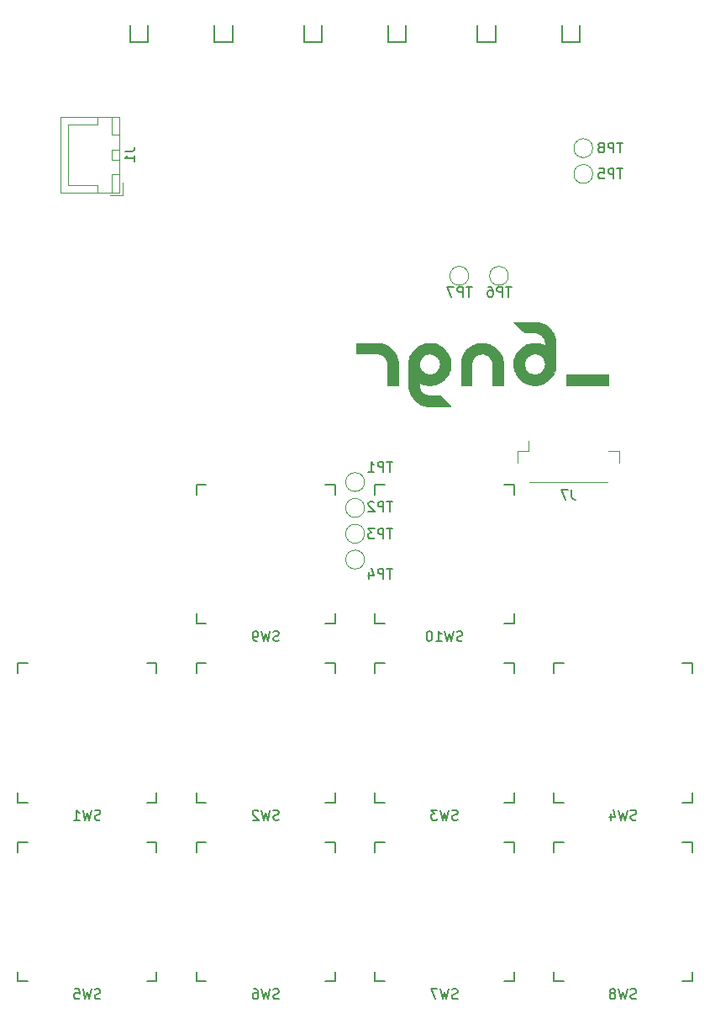
<source format=gbo>
G04 #@! TF.GenerationSoftware,KiCad,Pcbnew,(5.1.2)-1*
G04 #@! TF.CreationDate,2019-07-23T06:59:24+09:00*
G04 #@! TF.ProjectId,ORCA_MINI,4f524341-5f4d-4494-9e49-2e6b69636164,rev?*
G04 #@! TF.SameCoordinates,Original*
G04 #@! TF.FileFunction,Legend,Bot*
G04 #@! TF.FilePolarity,Positive*
%FSLAX46Y46*%
G04 Gerber Fmt 4.6, Leading zero omitted, Abs format (unit mm)*
G04 Created by KiCad (PCBNEW (5.1.2)-1) date 2019-07-23 06:59:24*
%MOMM*%
%LPD*%
G04 APERTURE LIST*
%ADD10C,0.010000*%
%ADD11C,0.120000*%
%ADD12C,0.150000*%
G04 APERTURE END LIST*
D10*
G36*
X129887505Y-82010555D02*
G01*
X129828855Y-82015032D01*
X129595327Y-82048437D01*
X129371737Y-82104494D01*
X129159224Y-82182082D01*
X128958924Y-82280079D01*
X128771972Y-82397364D01*
X128599507Y-82532814D01*
X128442664Y-82685308D01*
X128302581Y-82853724D01*
X128180393Y-83036941D01*
X128077237Y-83233836D01*
X127994251Y-83443289D01*
X127932570Y-83664177D01*
X127893331Y-83895379D01*
X127889668Y-83928750D01*
X127886936Y-83966722D01*
X127884621Y-84023659D01*
X127882718Y-84100263D01*
X127881222Y-84197236D01*
X127880129Y-84315279D01*
X127879434Y-84455093D01*
X127879133Y-84617381D01*
X127879221Y-84802844D01*
X127879693Y-85012184D01*
X127880545Y-85246102D01*
X127880724Y-85287650D01*
X127881617Y-85493281D01*
X127882432Y-85675267D01*
X127883253Y-85835361D01*
X127884161Y-85975315D01*
X127885241Y-86096886D01*
X127886574Y-86201824D01*
X127888244Y-86291885D01*
X127890334Y-86368822D01*
X127892926Y-86434389D01*
X127896103Y-86490338D01*
X127899949Y-86538425D01*
X127904546Y-86580402D01*
X127909976Y-86618023D01*
X127916323Y-86653042D01*
X127923670Y-86687212D01*
X127932100Y-86722287D01*
X127941694Y-86760021D01*
X127952235Y-86800987D01*
X128015689Y-87000202D01*
X128102251Y-87195859D01*
X128209626Y-87384365D01*
X128335523Y-87562129D01*
X128477649Y-87725561D01*
X128633710Y-87871068D01*
X128637305Y-87874058D01*
X128807775Y-88002897D01*
X128985308Y-88111482D01*
X129173604Y-88201596D01*
X129376365Y-88275021D01*
X129586697Y-88331152D01*
X129608121Y-88335936D01*
X129628768Y-88340158D01*
X129650302Y-88343862D01*
X129674389Y-88347088D01*
X129702696Y-88349877D01*
X129736888Y-88352270D01*
X129778631Y-88354310D01*
X129829591Y-88356036D01*
X129891434Y-88357491D01*
X129965824Y-88358716D01*
X130054430Y-88359752D01*
X130158915Y-88360639D01*
X130280947Y-88361421D01*
X130422190Y-88362137D01*
X130584312Y-88362829D01*
X130768976Y-88363538D01*
X130915675Y-88364079D01*
X131088115Y-88364606D01*
X131253163Y-88364906D01*
X131409073Y-88364989D01*
X131554099Y-88364863D01*
X131686494Y-88364535D01*
X131804510Y-88364015D01*
X131906402Y-88363310D01*
X131990423Y-88362429D01*
X132054825Y-88361379D01*
X132097863Y-88360170D01*
X132117789Y-88358810D01*
X132119000Y-88358359D01*
X132110263Y-88347783D01*
X132085104Y-88320897D01*
X132045103Y-88279309D01*
X131991839Y-88224631D01*
X131926891Y-88158471D01*
X131851838Y-88082439D01*
X131768261Y-87998144D01*
X131677739Y-87907196D01*
X131595069Y-87824417D01*
X131071137Y-87300600D01*
X130504532Y-87300600D01*
X130359640Y-87300429D01*
X130237647Y-87299871D01*
X130136055Y-87298853D01*
X130052367Y-87297303D01*
X129984084Y-87295149D01*
X129928707Y-87292320D01*
X129883739Y-87288744D01*
X129846681Y-87284350D01*
X129826150Y-87281107D01*
X129670272Y-87241398D01*
X129524215Y-87179322D01*
X129390032Y-87096692D01*
X129269775Y-86995324D01*
X129165496Y-86877033D01*
X129079247Y-86743634D01*
X129013080Y-86596941D01*
X128996455Y-86547396D01*
X128985385Y-86502832D01*
X128974909Y-86444845D01*
X128965333Y-86377481D01*
X128956965Y-86304788D01*
X128950112Y-86230812D01*
X128945082Y-86159600D01*
X128942182Y-86095199D01*
X128941719Y-86041657D01*
X128944000Y-86003019D01*
X128949333Y-85983333D01*
X128953525Y-85981977D01*
X128968391Y-85989084D01*
X129000620Y-86004704D01*
X129044759Y-86026188D01*
X129074701Y-86040798D01*
X129206357Y-86098114D01*
X129352677Y-86149833D01*
X129503019Y-86192560D01*
X129643728Y-86222387D01*
X129704391Y-86232054D01*
X129758815Y-86238860D01*
X129813097Y-86243113D01*
X129873332Y-86245120D01*
X129945616Y-86245190D01*
X130036045Y-86243631D01*
X130055250Y-86243188D01*
X130218472Y-86235840D01*
X130363466Y-86221014D01*
X130496704Y-86197158D01*
X130624659Y-86162719D01*
X130753803Y-86116145D01*
X130890608Y-86055882D01*
X130944250Y-86029909D01*
X131099587Y-85946620D01*
X131237515Y-85857682D01*
X131366030Y-85757378D01*
X131493123Y-85639991D01*
X131502830Y-85630329D01*
X131621731Y-85503020D01*
X131723118Y-85374890D01*
X131812711Y-85237945D01*
X131896226Y-85084194D01*
X131902410Y-85071750D01*
X131969017Y-84928275D01*
X132020995Y-84794802D01*
X132059941Y-84664717D01*
X132087452Y-84531407D01*
X132105125Y-84388257D01*
X132114556Y-84228654D01*
X132115654Y-84191312D01*
X131050003Y-84191312D01*
X131031349Y-84336713D01*
X130992286Y-84478429D01*
X130933096Y-84614221D01*
X130854063Y-84741847D01*
X130755467Y-84859068D01*
X130637593Y-84963641D01*
X130505323Y-85050749D01*
X130373391Y-85111411D01*
X130229370Y-85153240D01*
X130079163Y-85175327D01*
X129928677Y-85176764D01*
X129797540Y-85159581D01*
X129643845Y-85115171D01*
X129498338Y-85047338D01*
X129363286Y-84957363D01*
X129240960Y-84846525D01*
X129239531Y-84845023D01*
X129146141Y-84732909D01*
X129071868Y-84611721D01*
X129012821Y-84474957D01*
X129005448Y-84453902D01*
X128987672Y-84398832D01*
X128975526Y-84351424D01*
X128967684Y-84303492D01*
X128962822Y-84246849D01*
X128959613Y-84173308D01*
X128959505Y-84170050D01*
X128957840Y-84091964D01*
X128959124Y-84030935D01*
X128963984Y-83978727D01*
X128973044Y-83927105D01*
X128980433Y-83894342D01*
X129030243Y-83737969D01*
X129101356Y-83594113D01*
X129192116Y-83464433D01*
X129300865Y-83350585D01*
X129425946Y-83254227D01*
X129565701Y-83177016D01*
X129718475Y-83120608D01*
X129766843Y-83107932D01*
X129821878Y-83096162D01*
X129872743Y-83088953D01*
X129927674Y-83085681D01*
X129994906Y-83085719D01*
X130042550Y-83087004D01*
X130116901Y-83090176D01*
X130174039Y-83094951D01*
X130222153Y-83102655D01*
X130269430Y-83114612D01*
X130324057Y-83132147D01*
X130326403Y-83132947D01*
X130465904Y-83190147D01*
X130588908Y-83262021D01*
X130701915Y-83352460D01*
X130717524Y-83367030D01*
X130827254Y-83487478D01*
X130914881Y-83617686D01*
X130980687Y-83755415D01*
X131024954Y-83898422D01*
X131047966Y-84044468D01*
X131050003Y-84191312D01*
X132115654Y-84191312D01*
X132115745Y-84188223D01*
X132116226Y-84023374D01*
X132108221Y-83876019D01*
X132090578Y-83739331D01*
X132062141Y-83606485D01*
X132021758Y-83470656D01*
X131970968Y-83331850D01*
X131878398Y-83130279D01*
X131765163Y-82941694D01*
X131633041Y-82767187D01*
X131483810Y-82607851D01*
X131319249Y-82464780D01*
X131141138Y-82339068D01*
X130951254Y-82231808D01*
X130751376Y-82144093D01*
X130543284Y-82077017D01*
X130328755Y-82031673D01*
X130109569Y-82009154D01*
X129887505Y-82010555D01*
X129887505Y-82010555D01*
G37*
X129887505Y-82010555D02*
X129828855Y-82015032D01*
X129595327Y-82048437D01*
X129371737Y-82104494D01*
X129159224Y-82182082D01*
X128958924Y-82280079D01*
X128771972Y-82397364D01*
X128599507Y-82532814D01*
X128442664Y-82685308D01*
X128302581Y-82853724D01*
X128180393Y-83036941D01*
X128077237Y-83233836D01*
X127994251Y-83443289D01*
X127932570Y-83664177D01*
X127893331Y-83895379D01*
X127889668Y-83928750D01*
X127886936Y-83966722D01*
X127884621Y-84023659D01*
X127882718Y-84100263D01*
X127881222Y-84197236D01*
X127880129Y-84315279D01*
X127879434Y-84455093D01*
X127879133Y-84617381D01*
X127879221Y-84802844D01*
X127879693Y-85012184D01*
X127880545Y-85246102D01*
X127880724Y-85287650D01*
X127881617Y-85493281D01*
X127882432Y-85675267D01*
X127883253Y-85835361D01*
X127884161Y-85975315D01*
X127885241Y-86096886D01*
X127886574Y-86201824D01*
X127888244Y-86291885D01*
X127890334Y-86368822D01*
X127892926Y-86434389D01*
X127896103Y-86490338D01*
X127899949Y-86538425D01*
X127904546Y-86580402D01*
X127909976Y-86618023D01*
X127916323Y-86653042D01*
X127923670Y-86687212D01*
X127932100Y-86722287D01*
X127941694Y-86760021D01*
X127952235Y-86800987D01*
X128015689Y-87000202D01*
X128102251Y-87195859D01*
X128209626Y-87384365D01*
X128335523Y-87562129D01*
X128477649Y-87725561D01*
X128633710Y-87871068D01*
X128637305Y-87874058D01*
X128807775Y-88002897D01*
X128985308Y-88111482D01*
X129173604Y-88201596D01*
X129376365Y-88275021D01*
X129586697Y-88331152D01*
X129608121Y-88335936D01*
X129628768Y-88340158D01*
X129650302Y-88343862D01*
X129674389Y-88347088D01*
X129702696Y-88349877D01*
X129736888Y-88352270D01*
X129778631Y-88354310D01*
X129829591Y-88356036D01*
X129891434Y-88357491D01*
X129965824Y-88358716D01*
X130054430Y-88359752D01*
X130158915Y-88360639D01*
X130280947Y-88361421D01*
X130422190Y-88362137D01*
X130584312Y-88362829D01*
X130768976Y-88363538D01*
X130915675Y-88364079D01*
X131088115Y-88364606D01*
X131253163Y-88364906D01*
X131409073Y-88364989D01*
X131554099Y-88364863D01*
X131686494Y-88364535D01*
X131804510Y-88364015D01*
X131906402Y-88363310D01*
X131990423Y-88362429D01*
X132054825Y-88361379D01*
X132097863Y-88360170D01*
X132117789Y-88358810D01*
X132119000Y-88358359D01*
X132110263Y-88347783D01*
X132085104Y-88320897D01*
X132045103Y-88279309D01*
X131991839Y-88224631D01*
X131926891Y-88158471D01*
X131851838Y-88082439D01*
X131768261Y-87998144D01*
X131677739Y-87907196D01*
X131595069Y-87824417D01*
X131071137Y-87300600D01*
X130504532Y-87300600D01*
X130359640Y-87300429D01*
X130237647Y-87299871D01*
X130136055Y-87298853D01*
X130052367Y-87297303D01*
X129984084Y-87295149D01*
X129928707Y-87292320D01*
X129883739Y-87288744D01*
X129846681Y-87284350D01*
X129826150Y-87281107D01*
X129670272Y-87241398D01*
X129524215Y-87179322D01*
X129390032Y-87096692D01*
X129269775Y-86995324D01*
X129165496Y-86877033D01*
X129079247Y-86743634D01*
X129013080Y-86596941D01*
X128996455Y-86547396D01*
X128985385Y-86502832D01*
X128974909Y-86444845D01*
X128965333Y-86377481D01*
X128956965Y-86304788D01*
X128950112Y-86230812D01*
X128945082Y-86159600D01*
X128942182Y-86095199D01*
X128941719Y-86041657D01*
X128944000Y-86003019D01*
X128949333Y-85983333D01*
X128953525Y-85981977D01*
X128968391Y-85989084D01*
X129000620Y-86004704D01*
X129044759Y-86026188D01*
X129074701Y-86040798D01*
X129206357Y-86098114D01*
X129352677Y-86149833D01*
X129503019Y-86192560D01*
X129643728Y-86222387D01*
X129704391Y-86232054D01*
X129758815Y-86238860D01*
X129813097Y-86243113D01*
X129873332Y-86245120D01*
X129945616Y-86245190D01*
X130036045Y-86243631D01*
X130055250Y-86243188D01*
X130218472Y-86235840D01*
X130363466Y-86221014D01*
X130496704Y-86197158D01*
X130624659Y-86162719D01*
X130753803Y-86116145D01*
X130890608Y-86055882D01*
X130944250Y-86029909D01*
X131099587Y-85946620D01*
X131237515Y-85857682D01*
X131366030Y-85757378D01*
X131493123Y-85639991D01*
X131502830Y-85630329D01*
X131621731Y-85503020D01*
X131723118Y-85374890D01*
X131812711Y-85237945D01*
X131896226Y-85084194D01*
X131902410Y-85071750D01*
X131969017Y-84928275D01*
X132020995Y-84794802D01*
X132059941Y-84664717D01*
X132087452Y-84531407D01*
X132105125Y-84388257D01*
X132114556Y-84228654D01*
X132115654Y-84191312D01*
X131050003Y-84191312D01*
X131031349Y-84336713D01*
X130992286Y-84478429D01*
X130933096Y-84614221D01*
X130854063Y-84741847D01*
X130755467Y-84859068D01*
X130637593Y-84963641D01*
X130505323Y-85050749D01*
X130373391Y-85111411D01*
X130229370Y-85153240D01*
X130079163Y-85175327D01*
X129928677Y-85176764D01*
X129797540Y-85159581D01*
X129643845Y-85115171D01*
X129498338Y-85047338D01*
X129363286Y-84957363D01*
X129240960Y-84846525D01*
X129239531Y-84845023D01*
X129146141Y-84732909D01*
X129071868Y-84611721D01*
X129012821Y-84474957D01*
X129005448Y-84453902D01*
X128987672Y-84398832D01*
X128975526Y-84351424D01*
X128967684Y-84303492D01*
X128962822Y-84246849D01*
X128959613Y-84173308D01*
X128959505Y-84170050D01*
X128957840Y-84091964D01*
X128959124Y-84030935D01*
X128963984Y-83978727D01*
X128973044Y-83927105D01*
X128980433Y-83894342D01*
X129030243Y-83737969D01*
X129101356Y-83594113D01*
X129192116Y-83464433D01*
X129300865Y-83350585D01*
X129425946Y-83254227D01*
X129565701Y-83177016D01*
X129718475Y-83120608D01*
X129766843Y-83107932D01*
X129821878Y-83096162D01*
X129872743Y-83088953D01*
X129927674Y-83085681D01*
X129994906Y-83085719D01*
X130042550Y-83087004D01*
X130116901Y-83090176D01*
X130174039Y-83094951D01*
X130222153Y-83102655D01*
X130269430Y-83114612D01*
X130324057Y-83132147D01*
X130326403Y-83132947D01*
X130465904Y-83190147D01*
X130588908Y-83262021D01*
X130701915Y-83352460D01*
X130717524Y-83367030D01*
X130827254Y-83487478D01*
X130914881Y-83617686D01*
X130980687Y-83755415D01*
X131024954Y-83898422D01*
X131047966Y-84044468D01*
X131050003Y-84191312D01*
X132115654Y-84191312D01*
X132115745Y-84188223D01*
X132116226Y-84023374D01*
X132108221Y-83876019D01*
X132090578Y-83739331D01*
X132062141Y-83606485D01*
X132021758Y-83470656D01*
X131970968Y-83331850D01*
X131878398Y-83130279D01*
X131765163Y-82941694D01*
X131633041Y-82767187D01*
X131483810Y-82607851D01*
X131319249Y-82464780D01*
X131141138Y-82339068D01*
X130951254Y-82231808D01*
X130751376Y-82144093D01*
X130543284Y-82077017D01*
X130328755Y-82031673D01*
X130109569Y-82009154D01*
X129887505Y-82010555D01*
G36*
X143752200Y-86246500D02*
G01*
X147994000Y-86246500D01*
X147994000Y-85179700D01*
X143752200Y-85179700D01*
X143752200Y-86246500D01*
X143752200Y-86246500D01*
G37*
X143752200Y-86246500D02*
X147994000Y-86246500D01*
X147994000Y-85179700D01*
X143752200Y-85179700D01*
X143752200Y-86246500D01*
G36*
X139466362Y-79896601D02*
G01*
X139304004Y-79896897D01*
X139150838Y-79897372D01*
X139008637Y-79898012D01*
X138879175Y-79898803D01*
X138764225Y-79899729D01*
X138665562Y-79900776D01*
X138584959Y-79901930D01*
X138524189Y-79903176D01*
X138485026Y-79904499D01*
X138469243Y-79905886D01*
X138469000Y-79906082D01*
X138477737Y-79916558D01*
X138502893Y-79943349D01*
X138542890Y-79984847D01*
X138596149Y-80039443D01*
X138661090Y-80105531D01*
X138736135Y-80181503D01*
X138819704Y-80265750D01*
X138910219Y-80356667D01*
X138992932Y-80439482D01*
X139516864Y-80963300D01*
X140104718Y-80963300D01*
X140248870Y-80963431D01*
X140370073Y-80963872D01*
X140470774Y-80964695D01*
X140553424Y-80965972D01*
X140620470Y-80967775D01*
X140674363Y-80970175D01*
X140717550Y-80973245D01*
X140752480Y-80977056D01*
X140781604Y-80981680D01*
X140790461Y-80983418D01*
X140944156Y-81027828D01*
X141089663Y-81095661D01*
X141224715Y-81185636D01*
X141347041Y-81296474D01*
X141348470Y-81297976D01*
X141436720Y-81402606D01*
X141507933Y-81513989D01*
X141563081Y-81635004D01*
X141603132Y-81768527D01*
X141629057Y-81917436D01*
X141641827Y-82084610D01*
X141643573Y-82173102D01*
X141644000Y-82284354D01*
X141532875Y-82228551D01*
X141329092Y-82140212D01*
X141115891Y-82074309D01*
X140896039Y-82030989D01*
X140672302Y-82010402D01*
X140447450Y-82012696D01*
X140224249Y-82038021D01*
X140005466Y-82086525D01*
X139846854Y-82137866D01*
X139636650Y-82228938D01*
X139439655Y-82340903D01*
X139257097Y-82472256D01*
X139090207Y-82621491D01*
X138940215Y-82787103D01*
X138808351Y-82967586D01*
X138695844Y-83161435D01*
X138603925Y-83367144D01*
X138533823Y-83583209D01*
X138487835Y-83801253D01*
X138477568Y-83891422D01*
X138471641Y-83998182D01*
X138469901Y-84114770D01*
X138472201Y-84234425D01*
X138478390Y-84350384D01*
X138488319Y-84455885D01*
X138501837Y-84544168D01*
X138504573Y-84557400D01*
X138536036Y-84687881D01*
X138571869Y-84805331D01*
X138615649Y-84919915D01*
X138670955Y-85041799D01*
X138685591Y-85071750D01*
X138768880Y-85227086D01*
X138857818Y-85365014D01*
X138958122Y-85493529D01*
X139075509Y-85620622D01*
X139085171Y-85630329D01*
X139212480Y-85749230D01*
X139340610Y-85850617D01*
X139477555Y-85940210D01*
X139631306Y-86023725D01*
X139643750Y-86029909D01*
X139768542Y-86088271D01*
X139883765Y-86134336D01*
X139999660Y-86171710D01*
X140126463Y-86204000D01*
X140158100Y-86211054D01*
X140238216Y-86224360D01*
X140337188Y-86234309D01*
X140448687Y-86240818D01*
X140566382Y-86243805D01*
X140683941Y-86243188D01*
X140795034Y-86238882D01*
X140893331Y-86230807D01*
X140958870Y-86221509D01*
X141183962Y-86168231D01*
X141398373Y-86092685D01*
X141600903Y-85996167D01*
X141790355Y-85879972D01*
X141965530Y-85745397D01*
X142125229Y-85593736D01*
X142268255Y-85426286D01*
X142393408Y-85244342D01*
X142499490Y-85049200D01*
X142585303Y-84842155D01*
X142649649Y-84624503D01*
X142691328Y-84397540D01*
X142697859Y-84341500D01*
X142700096Y-84306550D01*
X142702116Y-84248512D01*
X142703920Y-84169697D01*
X142705507Y-84072417D01*
X142705715Y-84055173D01*
X141629819Y-84055173D01*
X141629781Y-84122405D01*
X141628496Y-84170050D01*
X141625324Y-84244400D01*
X141620549Y-84301538D01*
X141612845Y-84349652D01*
X141600888Y-84396929D01*
X141583353Y-84451556D01*
X141582553Y-84453902D01*
X141525353Y-84593403D01*
X141453479Y-84716407D01*
X141363040Y-84829414D01*
X141348470Y-84845023D01*
X141227895Y-84954737D01*
X141095444Y-85043687D01*
X140953552Y-85111062D01*
X140804659Y-85156050D01*
X140651202Y-85177840D01*
X140495620Y-85175621D01*
X140397343Y-85161479D01*
X140235273Y-85117815D01*
X140087151Y-85052989D01*
X139953202Y-84967137D01*
X139833651Y-84860396D01*
X139758636Y-84773300D01*
X139668745Y-84637660D01*
X139602077Y-84494476D01*
X139558445Y-84346065D01*
X139537666Y-84194749D01*
X139539554Y-84042845D01*
X139563927Y-83892675D01*
X139610599Y-83746557D01*
X139679385Y-83606811D01*
X139770101Y-83475757D01*
X139870477Y-83367030D01*
X139982591Y-83273640D01*
X140103779Y-83199367D01*
X140240543Y-83140320D01*
X140261598Y-83132947D01*
X140316668Y-83115171D01*
X140364076Y-83103025D01*
X140412008Y-83095183D01*
X140468651Y-83090321D01*
X140542192Y-83087112D01*
X140545450Y-83087004D01*
X140623536Y-83085339D01*
X140684565Y-83086623D01*
X140736773Y-83091483D01*
X140788395Y-83100543D01*
X140821158Y-83107932D01*
X140977531Y-83157742D01*
X141121387Y-83228855D01*
X141251067Y-83319615D01*
X141364915Y-83428364D01*
X141461273Y-83553445D01*
X141538484Y-83693200D01*
X141594892Y-83845974D01*
X141607568Y-83894342D01*
X141619338Y-83949377D01*
X141626547Y-84000242D01*
X141629819Y-84055173D01*
X142705715Y-84055173D01*
X142706879Y-83958983D01*
X142708035Y-83831706D01*
X142708975Y-83692897D01*
X142709701Y-83544868D01*
X142710211Y-83389929D01*
X142710508Y-83230392D01*
X142710590Y-83068567D01*
X142710458Y-82906768D01*
X142710112Y-82747303D01*
X142709553Y-82592486D01*
X142708781Y-82444626D01*
X142707796Y-82306035D01*
X142706598Y-82179025D01*
X142705189Y-82065906D01*
X142703567Y-81968990D01*
X142701734Y-81890588D01*
X142699689Y-81833011D01*
X142697548Y-81799670D01*
X142662374Y-81572886D01*
X142604161Y-81354622D01*
X142524164Y-81146226D01*
X142423638Y-80949046D01*
X142303837Y-80764429D01*
X142166016Y-80593723D01*
X142011429Y-80438275D01*
X141841332Y-80299434D01*
X141656978Y-80178546D01*
X141459623Y-80076959D01*
X141250521Y-79996021D01*
X141030927Y-79937080D01*
X140948818Y-79921381D01*
X140922860Y-79917127D01*
X140896728Y-79913386D01*
X140868691Y-79910125D01*
X140837019Y-79907311D01*
X140799981Y-79904912D01*
X140755845Y-79902895D01*
X140702881Y-79901227D01*
X140639357Y-79899875D01*
X140563543Y-79898806D01*
X140473707Y-79897988D01*
X140368119Y-79897387D01*
X140245047Y-79896972D01*
X140102761Y-79896708D01*
X139939529Y-79896564D01*
X139753621Y-79896506D01*
X139636138Y-79896500D01*
X139466362Y-79896601D01*
X139466362Y-79896601D01*
G37*
X139466362Y-79896601D02*
X139304004Y-79896897D01*
X139150838Y-79897372D01*
X139008637Y-79898012D01*
X138879175Y-79898803D01*
X138764225Y-79899729D01*
X138665562Y-79900776D01*
X138584959Y-79901930D01*
X138524189Y-79903176D01*
X138485026Y-79904499D01*
X138469243Y-79905886D01*
X138469000Y-79906082D01*
X138477737Y-79916558D01*
X138502893Y-79943349D01*
X138542890Y-79984847D01*
X138596149Y-80039443D01*
X138661090Y-80105531D01*
X138736135Y-80181503D01*
X138819704Y-80265750D01*
X138910219Y-80356667D01*
X138992932Y-80439482D01*
X139516864Y-80963300D01*
X140104718Y-80963300D01*
X140248870Y-80963431D01*
X140370073Y-80963872D01*
X140470774Y-80964695D01*
X140553424Y-80965972D01*
X140620470Y-80967775D01*
X140674363Y-80970175D01*
X140717550Y-80973245D01*
X140752480Y-80977056D01*
X140781604Y-80981680D01*
X140790461Y-80983418D01*
X140944156Y-81027828D01*
X141089663Y-81095661D01*
X141224715Y-81185636D01*
X141347041Y-81296474D01*
X141348470Y-81297976D01*
X141436720Y-81402606D01*
X141507933Y-81513989D01*
X141563081Y-81635004D01*
X141603132Y-81768527D01*
X141629057Y-81917436D01*
X141641827Y-82084610D01*
X141643573Y-82173102D01*
X141644000Y-82284354D01*
X141532875Y-82228551D01*
X141329092Y-82140212D01*
X141115891Y-82074309D01*
X140896039Y-82030989D01*
X140672302Y-82010402D01*
X140447450Y-82012696D01*
X140224249Y-82038021D01*
X140005466Y-82086525D01*
X139846854Y-82137866D01*
X139636650Y-82228938D01*
X139439655Y-82340903D01*
X139257097Y-82472256D01*
X139090207Y-82621491D01*
X138940215Y-82787103D01*
X138808351Y-82967586D01*
X138695844Y-83161435D01*
X138603925Y-83367144D01*
X138533823Y-83583209D01*
X138487835Y-83801253D01*
X138477568Y-83891422D01*
X138471641Y-83998182D01*
X138469901Y-84114770D01*
X138472201Y-84234425D01*
X138478390Y-84350384D01*
X138488319Y-84455885D01*
X138501837Y-84544168D01*
X138504573Y-84557400D01*
X138536036Y-84687881D01*
X138571869Y-84805331D01*
X138615649Y-84919915D01*
X138670955Y-85041799D01*
X138685591Y-85071750D01*
X138768880Y-85227086D01*
X138857818Y-85365014D01*
X138958122Y-85493529D01*
X139075509Y-85620622D01*
X139085171Y-85630329D01*
X139212480Y-85749230D01*
X139340610Y-85850617D01*
X139477555Y-85940210D01*
X139631306Y-86023725D01*
X139643750Y-86029909D01*
X139768542Y-86088271D01*
X139883765Y-86134336D01*
X139999660Y-86171710D01*
X140126463Y-86204000D01*
X140158100Y-86211054D01*
X140238216Y-86224360D01*
X140337188Y-86234309D01*
X140448687Y-86240818D01*
X140566382Y-86243805D01*
X140683941Y-86243188D01*
X140795034Y-86238882D01*
X140893331Y-86230807D01*
X140958870Y-86221509D01*
X141183962Y-86168231D01*
X141398373Y-86092685D01*
X141600903Y-85996167D01*
X141790355Y-85879972D01*
X141965530Y-85745397D01*
X142125229Y-85593736D01*
X142268255Y-85426286D01*
X142393408Y-85244342D01*
X142499490Y-85049200D01*
X142585303Y-84842155D01*
X142649649Y-84624503D01*
X142691328Y-84397540D01*
X142697859Y-84341500D01*
X142700096Y-84306550D01*
X142702116Y-84248512D01*
X142703920Y-84169697D01*
X142705507Y-84072417D01*
X142705715Y-84055173D01*
X141629819Y-84055173D01*
X141629781Y-84122405D01*
X141628496Y-84170050D01*
X141625324Y-84244400D01*
X141620549Y-84301538D01*
X141612845Y-84349652D01*
X141600888Y-84396929D01*
X141583353Y-84451556D01*
X141582553Y-84453902D01*
X141525353Y-84593403D01*
X141453479Y-84716407D01*
X141363040Y-84829414D01*
X141348470Y-84845023D01*
X141227895Y-84954737D01*
X141095444Y-85043687D01*
X140953552Y-85111062D01*
X140804659Y-85156050D01*
X140651202Y-85177840D01*
X140495620Y-85175621D01*
X140397343Y-85161479D01*
X140235273Y-85117815D01*
X140087151Y-85052989D01*
X139953202Y-84967137D01*
X139833651Y-84860396D01*
X139758636Y-84773300D01*
X139668745Y-84637660D01*
X139602077Y-84494476D01*
X139558445Y-84346065D01*
X139537666Y-84194749D01*
X139539554Y-84042845D01*
X139563927Y-83892675D01*
X139610599Y-83746557D01*
X139679385Y-83606811D01*
X139770101Y-83475757D01*
X139870477Y-83367030D01*
X139982591Y-83273640D01*
X140103779Y-83199367D01*
X140240543Y-83140320D01*
X140261598Y-83132947D01*
X140316668Y-83115171D01*
X140364076Y-83103025D01*
X140412008Y-83095183D01*
X140468651Y-83090321D01*
X140542192Y-83087112D01*
X140545450Y-83087004D01*
X140623536Y-83085339D01*
X140684565Y-83086623D01*
X140736773Y-83091483D01*
X140788395Y-83100543D01*
X140821158Y-83107932D01*
X140977531Y-83157742D01*
X141121387Y-83228855D01*
X141251067Y-83319615D01*
X141364915Y-83428364D01*
X141461273Y-83553445D01*
X141538484Y-83693200D01*
X141594892Y-83845974D01*
X141607568Y-83894342D01*
X141619338Y-83949377D01*
X141626547Y-84000242D01*
X141629819Y-84055173D01*
X142705715Y-84055173D01*
X142706879Y-83958983D01*
X142708035Y-83831706D01*
X142708975Y-83692897D01*
X142709701Y-83544868D01*
X142710211Y-83389929D01*
X142710508Y-83230392D01*
X142710590Y-83068567D01*
X142710458Y-82906768D01*
X142710112Y-82747303D01*
X142709553Y-82592486D01*
X142708781Y-82444626D01*
X142707796Y-82306035D01*
X142706598Y-82179025D01*
X142705189Y-82065906D01*
X142703567Y-81968990D01*
X142701734Y-81890588D01*
X142699689Y-81833011D01*
X142697548Y-81799670D01*
X142662374Y-81572886D01*
X142604161Y-81354622D01*
X142524164Y-81146226D01*
X142423638Y-80949046D01*
X142303837Y-80764429D01*
X142166016Y-80593723D01*
X142011429Y-80438275D01*
X141841332Y-80299434D01*
X141656978Y-80178546D01*
X141459623Y-80076959D01*
X141250521Y-79996021D01*
X141030927Y-79937080D01*
X140948818Y-79921381D01*
X140922860Y-79917127D01*
X140896728Y-79913386D01*
X140868691Y-79910125D01*
X140837019Y-79907311D01*
X140799981Y-79904912D01*
X140755845Y-79902895D01*
X140702881Y-79901227D01*
X140639357Y-79899875D01*
X140563543Y-79898806D01*
X140473707Y-79897988D01*
X140368119Y-79897387D01*
X140245047Y-79896972D01*
X140102761Y-79896708D01*
X139939529Y-79896564D01*
X139753621Y-79896506D01*
X139636138Y-79896500D01*
X139466362Y-79896601D01*
G36*
X135061925Y-82022680D02*
G01*
X134841655Y-82055312D01*
X134631102Y-82110467D01*
X134428180Y-82188776D01*
X134230802Y-82290869D01*
X134102993Y-82371289D01*
X133918025Y-82510771D01*
X133752127Y-82666960D01*
X133605487Y-82839572D01*
X133478295Y-83028321D01*
X133370740Y-83232924D01*
X133283012Y-83453097D01*
X133215299Y-83688555D01*
X133209348Y-83714196D01*
X133204564Y-83735620D01*
X133200342Y-83756267D01*
X133196638Y-83777801D01*
X133193412Y-83801888D01*
X133190623Y-83830195D01*
X133188230Y-83864387D01*
X133186190Y-83906130D01*
X133184464Y-83957090D01*
X133183009Y-84018933D01*
X133181784Y-84093323D01*
X133180748Y-84181929D01*
X133179861Y-84286414D01*
X133179079Y-84408446D01*
X133178363Y-84549689D01*
X133177671Y-84711811D01*
X133176962Y-84896475D01*
X133176421Y-85043175D01*
X133172016Y-86246500D01*
X134239900Y-86246500D01*
X134239900Y-85155963D01*
X134239929Y-84952776D01*
X134240077Y-84773250D01*
X134240439Y-84615644D01*
X134241110Y-84478220D01*
X134242184Y-84359237D01*
X134243757Y-84256955D01*
X134245923Y-84169636D01*
X134248777Y-84095539D01*
X134252413Y-84032926D01*
X134256926Y-83980055D01*
X134262411Y-83935188D01*
X134268962Y-83896585D01*
X134276674Y-83862506D01*
X134285642Y-83831212D01*
X134295960Y-83800963D01*
X134307723Y-83770020D01*
X134316534Y-83747848D01*
X134388688Y-83600929D01*
X134480956Y-83468675D01*
X134591774Y-83352519D01*
X134719576Y-83253894D01*
X134862795Y-83174232D01*
X135002447Y-83120288D01*
X135043317Y-83108444D01*
X135081810Y-83100180D01*
X135123963Y-83094879D01*
X135175811Y-83091926D01*
X135243390Y-83090706D01*
X135294000Y-83090550D01*
X135373916Y-83091026D01*
X135434479Y-83092865D01*
X135481724Y-83096683D01*
X135521689Y-83103095D01*
X135560408Y-83112718D01*
X135585554Y-83120288D01*
X135741219Y-83181806D01*
X135882864Y-83263566D01*
X136008923Y-83364135D01*
X136117831Y-83482082D01*
X136208022Y-83615973D01*
X136271467Y-83747848D01*
X136284260Y-83780245D01*
X136295544Y-83810772D01*
X136305413Y-83841170D01*
X136313963Y-83873177D01*
X136321288Y-83908533D01*
X136327483Y-83948979D01*
X136332642Y-83996253D01*
X136336859Y-84052095D01*
X136340231Y-84118245D01*
X136342851Y-84196442D01*
X136344814Y-84288426D01*
X136346215Y-84395938D01*
X136347149Y-84520715D01*
X136347709Y-84664499D01*
X136347991Y-84829028D01*
X136348090Y-85016043D01*
X136348100Y-85155963D01*
X136348100Y-86246500D01*
X137415985Y-86246500D01*
X137411580Y-85043175D01*
X137410833Y-84841379D01*
X137410132Y-84663318D01*
X137409438Y-84507325D01*
X137408707Y-84371734D01*
X137407900Y-84254879D01*
X137406974Y-84155096D01*
X137405889Y-84070717D01*
X137404602Y-84000077D01*
X137403074Y-83941510D01*
X137401263Y-83893350D01*
X137399126Y-83853932D01*
X137396624Y-83821590D01*
X137393715Y-83794657D01*
X137390357Y-83771468D01*
X137386509Y-83750357D01*
X137382130Y-83729658D01*
X137378653Y-83714196D01*
X137313056Y-83477147D01*
X137227424Y-83255353D01*
X137121945Y-83049099D01*
X136996809Y-82858668D01*
X136852206Y-82684346D01*
X136688325Y-82526417D01*
X136505354Y-82385164D01*
X136485008Y-82371289D01*
X136290138Y-82253210D01*
X136091097Y-82159329D01*
X135885798Y-82089015D01*
X135672154Y-82041639D01*
X135448079Y-82016572D01*
X135294000Y-82011943D01*
X135061925Y-82022680D01*
X135061925Y-82022680D01*
G37*
X135061925Y-82022680D02*
X134841655Y-82055312D01*
X134631102Y-82110467D01*
X134428180Y-82188776D01*
X134230802Y-82290869D01*
X134102993Y-82371289D01*
X133918025Y-82510771D01*
X133752127Y-82666960D01*
X133605487Y-82839572D01*
X133478295Y-83028321D01*
X133370740Y-83232924D01*
X133283012Y-83453097D01*
X133215299Y-83688555D01*
X133209348Y-83714196D01*
X133204564Y-83735620D01*
X133200342Y-83756267D01*
X133196638Y-83777801D01*
X133193412Y-83801888D01*
X133190623Y-83830195D01*
X133188230Y-83864387D01*
X133186190Y-83906130D01*
X133184464Y-83957090D01*
X133183009Y-84018933D01*
X133181784Y-84093323D01*
X133180748Y-84181929D01*
X133179861Y-84286414D01*
X133179079Y-84408446D01*
X133178363Y-84549689D01*
X133177671Y-84711811D01*
X133176962Y-84896475D01*
X133176421Y-85043175D01*
X133172016Y-86246500D01*
X134239900Y-86246500D01*
X134239900Y-85155963D01*
X134239929Y-84952776D01*
X134240077Y-84773250D01*
X134240439Y-84615644D01*
X134241110Y-84478220D01*
X134242184Y-84359237D01*
X134243757Y-84256955D01*
X134245923Y-84169636D01*
X134248777Y-84095539D01*
X134252413Y-84032926D01*
X134256926Y-83980055D01*
X134262411Y-83935188D01*
X134268962Y-83896585D01*
X134276674Y-83862506D01*
X134285642Y-83831212D01*
X134295960Y-83800963D01*
X134307723Y-83770020D01*
X134316534Y-83747848D01*
X134388688Y-83600929D01*
X134480956Y-83468675D01*
X134591774Y-83352519D01*
X134719576Y-83253894D01*
X134862795Y-83174232D01*
X135002447Y-83120288D01*
X135043317Y-83108444D01*
X135081810Y-83100180D01*
X135123963Y-83094879D01*
X135175811Y-83091926D01*
X135243390Y-83090706D01*
X135294000Y-83090550D01*
X135373916Y-83091026D01*
X135434479Y-83092865D01*
X135481724Y-83096683D01*
X135521689Y-83103095D01*
X135560408Y-83112718D01*
X135585554Y-83120288D01*
X135741219Y-83181806D01*
X135882864Y-83263566D01*
X136008923Y-83364135D01*
X136117831Y-83482082D01*
X136208022Y-83615973D01*
X136271467Y-83747848D01*
X136284260Y-83780245D01*
X136295544Y-83810772D01*
X136305413Y-83841170D01*
X136313963Y-83873177D01*
X136321288Y-83908533D01*
X136327483Y-83948979D01*
X136332642Y-83996253D01*
X136336859Y-84052095D01*
X136340231Y-84118245D01*
X136342851Y-84196442D01*
X136344814Y-84288426D01*
X136346215Y-84395938D01*
X136347149Y-84520715D01*
X136347709Y-84664499D01*
X136347991Y-84829028D01*
X136348090Y-85016043D01*
X136348100Y-85155963D01*
X136348100Y-86246500D01*
X137415985Y-86246500D01*
X137411580Y-85043175D01*
X137410833Y-84841379D01*
X137410132Y-84663318D01*
X137409438Y-84507325D01*
X137408707Y-84371734D01*
X137407900Y-84254879D01*
X137406974Y-84155096D01*
X137405889Y-84070717D01*
X137404602Y-84000077D01*
X137403074Y-83941510D01*
X137401263Y-83893350D01*
X137399126Y-83853932D01*
X137396624Y-83821590D01*
X137393715Y-83794657D01*
X137390357Y-83771468D01*
X137386509Y-83750357D01*
X137382130Y-83729658D01*
X137378653Y-83714196D01*
X137313056Y-83477147D01*
X137227424Y-83255353D01*
X137121945Y-83049099D01*
X136996809Y-82858668D01*
X136852206Y-82684346D01*
X136688325Y-82526417D01*
X136505354Y-82385164D01*
X136485008Y-82371289D01*
X136290138Y-82253210D01*
X136091097Y-82159329D01*
X135885798Y-82089015D01*
X135672154Y-82041639D01*
X135448079Y-82016572D01*
X135294000Y-82011943D01*
X135061925Y-82022680D01*
G36*
X122594000Y-83069897D02*
G01*
X123721125Y-83074747D01*
X123916158Y-83075599D01*
X124087496Y-83076397D01*
X124236842Y-83077187D01*
X124365903Y-83078014D01*
X124476381Y-83078922D01*
X124569983Y-83079955D01*
X124648412Y-83081159D01*
X124713372Y-83082579D01*
X124766569Y-83084258D01*
X124809707Y-83086241D01*
X124844490Y-83088574D01*
X124872623Y-83091301D01*
X124895811Y-83094466D01*
X124915757Y-83098115D01*
X124934167Y-83102291D01*
X124952719Y-83107033D01*
X125113108Y-83161587D01*
X125259074Y-83236628D01*
X125389421Y-83330959D01*
X125502949Y-83443383D01*
X125598460Y-83572700D01*
X125674758Y-83717713D01*
X125730644Y-83877224D01*
X125733467Y-83887781D01*
X125738215Y-83906357D01*
X125742391Y-83924768D01*
X125746039Y-83944718D01*
X125749203Y-83967911D01*
X125751929Y-83996052D01*
X125754262Y-84030845D01*
X125756245Y-84073996D01*
X125757924Y-84127207D01*
X125759342Y-84192185D01*
X125760546Y-84270633D01*
X125761579Y-84364256D01*
X125762487Y-84474759D01*
X125763314Y-84603846D01*
X125764104Y-84753221D01*
X125764902Y-84924589D01*
X125765753Y-85119375D01*
X125770603Y-86246500D01*
X126835800Y-86246500D01*
X126835800Y-85141099D01*
X126835743Y-84934880D01*
X126835527Y-84752242D01*
X126835087Y-84591365D01*
X126834358Y-84450430D01*
X126833275Y-84327618D01*
X126831773Y-84221109D01*
X126829786Y-84129085D01*
X126827248Y-84049725D01*
X126824096Y-83981212D01*
X126820263Y-83921724D01*
X126815684Y-83869444D01*
X126810294Y-83822552D01*
X126804028Y-83779229D01*
X126796821Y-83737655D01*
X126788607Y-83696011D01*
X126783024Y-83669566D01*
X126723520Y-83452009D01*
X126641229Y-83243723D01*
X126537573Y-83046290D01*
X126413975Y-82861292D01*
X126271856Y-82690311D01*
X126112637Y-82534930D01*
X125937742Y-82396730D01*
X125748591Y-82277293D01*
X125546607Y-82178203D01*
X125389336Y-82118779D01*
X125333818Y-82100566D01*
X125282229Y-82084401D01*
X125232760Y-82070161D01*
X125183606Y-82057725D01*
X125132957Y-82046971D01*
X125079009Y-82037777D01*
X125019953Y-82030020D01*
X124953982Y-82023580D01*
X124879289Y-82018333D01*
X124794068Y-82014159D01*
X124696511Y-82010934D01*
X124584811Y-82008537D01*
X124457161Y-82006846D01*
X124311754Y-82005739D01*
X124146782Y-82005094D01*
X123960440Y-82004789D01*
X123750919Y-82004702D01*
X123699401Y-82004700D01*
X122594000Y-82004700D01*
X122594000Y-83069897D01*
X122594000Y-83069897D01*
G37*
X122594000Y-83069897D02*
X123721125Y-83074747D01*
X123916158Y-83075599D01*
X124087496Y-83076397D01*
X124236842Y-83077187D01*
X124365903Y-83078014D01*
X124476381Y-83078922D01*
X124569983Y-83079955D01*
X124648412Y-83081159D01*
X124713372Y-83082579D01*
X124766569Y-83084258D01*
X124809707Y-83086241D01*
X124844490Y-83088574D01*
X124872623Y-83091301D01*
X124895811Y-83094466D01*
X124915757Y-83098115D01*
X124934167Y-83102291D01*
X124952719Y-83107033D01*
X125113108Y-83161587D01*
X125259074Y-83236628D01*
X125389421Y-83330959D01*
X125502949Y-83443383D01*
X125598460Y-83572700D01*
X125674758Y-83717713D01*
X125730644Y-83877224D01*
X125733467Y-83887781D01*
X125738215Y-83906357D01*
X125742391Y-83924768D01*
X125746039Y-83944718D01*
X125749203Y-83967911D01*
X125751929Y-83996052D01*
X125754262Y-84030845D01*
X125756245Y-84073996D01*
X125757924Y-84127207D01*
X125759342Y-84192185D01*
X125760546Y-84270633D01*
X125761579Y-84364256D01*
X125762487Y-84474759D01*
X125763314Y-84603846D01*
X125764104Y-84753221D01*
X125764902Y-84924589D01*
X125765753Y-85119375D01*
X125770603Y-86246500D01*
X126835800Y-86246500D01*
X126835800Y-85141099D01*
X126835743Y-84934880D01*
X126835527Y-84752242D01*
X126835087Y-84591365D01*
X126834358Y-84450430D01*
X126833275Y-84327618D01*
X126831773Y-84221109D01*
X126829786Y-84129085D01*
X126827248Y-84049725D01*
X126824096Y-83981212D01*
X126820263Y-83921724D01*
X126815684Y-83869444D01*
X126810294Y-83822552D01*
X126804028Y-83779229D01*
X126796821Y-83737655D01*
X126788607Y-83696011D01*
X126783024Y-83669566D01*
X126723520Y-83452009D01*
X126641229Y-83243723D01*
X126537573Y-83046290D01*
X126413975Y-82861292D01*
X126271856Y-82690311D01*
X126112637Y-82534930D01*
X125937742Y-82396730D01*
X125748591Y-82277293D01*
X125546607Y-82178203D01*
X125389336Y-82118779D01*
X125333818Y-82100566D01*
X125282229Y-82084401D01*
X125232760Y-82070161D01*
X125183606Y-82057725D01*
X125132957Y-82046971D01*
X125079009Y-82037777D01*
X125019953Y-82030020D01*
X124953982Y-82023580D01*
X124879289Y-82018333D01*
X124794068Y-82014159D01*
X124696511Y-82010934D01*
X124584811Y-82008537D01*
X124457161Y-82006846D01*
X124311754Y-82005739D01*
X124146782Y-82005094D01*
X123960440Y-82004789D01*
X123750919Y-82004702D01*
X123699401Y-82004700D01*
X122594000Y-82004700D01*
X122594000Y-83069897D01*
D11*
X138890000Y-94040000D02*
X138890000Y-92890000D01*
X138890000Y-92890000D02*
X139940000Y-92890000D01*
X139940000Y-92890000D02*
X139940000Y-91900000D01*
X149110000Y-94040000D02*
X149110000Y-92890000D01*
X149110000Y-92890000D02*
X148060000Y-92890000D01*
X140060000Y-96010000D02*
X147940000Y-96010000D01*
D12*
X117350000Y-51700000D02*
X117350000Y-50000000D01*
X119150000Y-51700000D02*
X117350000Y-51700000D01*
X119150000Y-50000000D02*
X119150000Y-51700000D01*
X127650000Y-51700000D02*
X127650000Y-50000000D01*
X125850000Y-51700000D02*
X127650000Y-51700000D01*
X125850000Y-50000000D02*
X125850000Y-51700000D01*
X99850000Y-51700000D02*
X99850000Y-50000000D01*
X101650000Y-51700000D02*
X99850000Y-51700000D01*
X101650000Y-50000000D02*
X101650000Y-51700000D01*
X110150000Y-51700000D02*
X110150000Y-50000000D01*
X108350000Y-51700000D02*
X110150000Y-51700000D01*
X108350000Y-50000000D02*
X108350000Y-51700000D01*
X143350000Y-50000000D02*
X143350000Y-51700000D01*
X143350000Y-51700000D02*
X145150000Y-51700000D01*
X145150000Y-51700000D02*
X145150000Y-50000000D01*
X136650000Y-50000000D02*
X136650000Y-51700000D01*
X136650000Y-51700000D02*
X134850000Y-51700000D01*
X134850000Y-51700000D02*
X134850000Y-50000000D01*
X102500000Y-114250000D02*
X102500000Y-115250000D01*
X101500000Y-114250000D02*
X102500000Y-114250000D01*
X102500000Y-128250000D02*
X101500000Y-128250000D01*
X102500000Y-127250000D02*
X102500000Y-128250000D01*
X88500000Y-128250000D02*
X88500000Y-127250000D01*
X89500000Y-128250000D02*
X88500000Y-128250000D01*
X88500000Y-114250000D02*
X89500000Y-114250000D01*
X88500000Y-115250000D02*
X88500000Y-114250000D01*
X106500000Y-115250000D02*
X106500000Y-114250000D01*
X106500000Y-114250000D02*
X107500000Y-114250000D01*
X107500000Y-128250000D02*
X106500000Y-128250000D01*
X106500000Y-128250000D02*
X106500000Y-127250000D01*
X120500000Y-127250000D02*
X120500000Y-128250000D01*
X120500000Y-128250000D02*
X119500000Y-128250000D01*
X119500000Y-114250000D02*
X120500000Y-114250000D01*
X120500000Y-114250000D02*
X120500000Y-115250000D01*
X138500000Y-114250000D02*
X138500000Y-115250000D01*
X137500000Y-114250000D02*
X138500000Y-114250000D01*
X138500000Y-128250000D02*
X137500000Y-128250000D01*
X138500000Y-127250000D02*
X138500000Y-128250000D01*
X124500000Y-128250000D02*
X124500000Y-127250000D01*
X125500000Y-128250000D02*
X124500000Y-128250000D01*
X124500000Y-114250000D02*
X125500000Y-114250000D01*
X124500000Y-115250000D02*
X124500000Y-114250000D01*
X142500000Y-115250000D02*
X142500000Y-114250000D01*
X142500000Y-114250000D02*
X143500000Y-114250000D01*
X143500000Y-128250000D02*
X142500000Y-128250000D01*
X142500000Y-128250000D02*
X142500000Y-127250000D01*
X156500000Y-127250000D02*
X156500000Y-128250000D01*
X156500000Y-128250000D02*
X155500000Y-128250000D01*
X155500000Y-114250000D02*
X156500000Y-114250000D01*
X156500000Y-114250000D02*
X156500000Y-115250000D01*
X102500000Y-132250000D02*
X102500000Y-133250000D01*
X101500000Y-132250000D02*
X102500000Y-132250000D01*
X102500000Y-146250000D02*
X101500000Y-146250000D01*
X102500000Y-145250000D02*
X102500000Y-146250000D01*
X88500000Y-146250000D02*
X88500000Y-145250000D01*
X89500000Y-146250000D02*
X88500000Y-146250000D01*
X88500000Y-132250000D02*
X89500000Y-132250000D01*
X88500000Y-133250000D02*
X88500000Y-132250000D01*
X106500000Y-133250000D02*
X106500000Y-132250000D01*
X106500000Y-132250000D02*
X107500000Y-132250000D01*
X107500000Y-146250000D02*
X106500000Y-146250000D01*
X106500000Y-146250000D02*
X106500000Y-145250000D01*
X120500000Y-145250000D02*
X120500000Y-146250000D01*
X120500000Y-146250000D02*
X119500000Y-146250000D01*
X119500000Y-132250000D02*
X120500000Y-132250000D01*
X120500000Y-132250000D02*
X120500000Y-133250000D01*
X138500000Y-132250000D02*
X138500000Y-133250000D01*
X137500000Y-132250000D02*
X138500000Y-132250000D01*
X138500000Y-146250000D02*
X137500000Y-146250000D01*
X138500000Y-145250000D02*
X138500000Y-146250000D01*
X124500000Y-146250000D02*
X124500000Y-145250000D01*
X125500000Y-146250000D02*
X124500000Y-146250000D01*
X124500000Y-132250000D02*
X125500000Y-132250000D01*
X124500000Y-133250000D02*
X124500000Y-132250000D01*
X142500000Y-133250000D02*
X142500000Y-132250000D01*
X142500000Y-132250000D02*
X143500000Y-132250000D01*
X143500000Y-146250000D02*
X142500000Y-146250000D01*
X142500000Y-146250000D02*
X142500000Y-145250000D01*
X156500000Y-145250000D02*
X156500000Y-146250000D01*
X156500000Y-146250000D02*
X155500000Y-146250000D01*
X155500000Y-132250000D02*
X156500000Y-132250000D01*
X156500000Y-132250000D02*
X156500000Y-133250000D01*
X120500000Y-96250000D02*
X120500000Y-97250000D01*
X119500000Y-96250000D02*
X120500000Y-96250000D01*
X120500000Y-110250000D02*
X119500000Y-110250000D01*
X120500000Y-109250000D02*
X120500000Y-110250000D01*
X106500000Y-110250000D02*
X106500000Y-109250000D01*
X107500000Y-110250000D02*
X106500000Y-110250000D01*
X106500000Y-96250000D02*
X107500000Y-96250000D01*
X106500000Y-97250000D02*
X106500000Y-96250000D01*
X124500000Y-97250000D02*
X124500000Y-96250000D01*
X124500000Y-96250000D02*
X125500000Y-96250000D01*
X125500000Y-110250000D02*
X124500000Y-110250000D01*
X124500000Y-110250000D02*
X124500000Y-109250000D01*
X138500000Y-109250000D02*
X138500000Y-110250000D01*
X138500000Y-110250000D02*
X137500000Y-110250000D01*
X137500000Y-96250000D02*
X138500000Y-96250000D01*
X138500000Y-96250000D02*
X138500000Y-97250000D01*
D11*
X123450000Y-96000000D02*
G75*
G03X123450000Y-96000000I-950000J0D01*
G01*
X123450000Y-98600000D02*
G75*
G03X123450000Y-98600000I-950000J0D01*
G01*
X123450000Y-101200000D02*
G75*
G03X123450000Y-101200000I-950000J0D01*
G01*
X123450000Y-103800000D02*
G75*
G03X123450000Y-103800000I-950000J0D01*
G01*
X146450000Y-65000000D02*
G75*
G03X146450000Y-65000000I-950000J0D01*
G01*
X137950000Y-75250000D02*
G75*
G03X137950000Y-75250000I-950000J0D01*
G01*
X133950000Y-75250000D02*
G75*
G03X133950000Y-75250000I-950000J0D01*
G01*
X146450000Y-62400000D02*
G75*
G03X146450000Y-62400000I-950000J0D01*
G01*
X98760000Y-66860000D02*
X92790000Y-66860000D01*
X92790000Y-66860000D02*
X92790000Y-59240000D01*
X92790000Y-59240000D02*
X98760000Y-59240000D01*
X98760000Y-59240000D02*
X98760000Y-66860000D01*
X98750000Y-63550000D02*
X98000000Y-63550000D01*
X98000000Y-63550000D02*
X98000000Y-62550000D01*
X98000000Y-62550000D02*
X98750000Y-62550000D01*
X98750000Y-62550000D02*
X98750000Y-63550000D01*
X98750000Y-66850000D02*
X98000000Y-66850000D01*
X98000000Y-66850000D02*
X98000000Y-65050000D01*
X98000000Y-65050000D02*
X98750000Y-65050000D01*
X98750000Y-65050000D02*
X98750000Y-66850000D01*
X98750000Y-61050000D02*
X98000000Y-61050000D01*
X98000000Y-61050000D02*
X98000000Y-59250000D01*
X98000000Y-59250000D02*
X98750000Y-59250000D01*
X98750000Y-59250000D02*
X98750000Y-61050000D01*
X96500000Y-66850000D02*
X96500000Y-66100000D01*
X96500000Y-66100000D02*
X93550000Y-66100000D01*
X93550000Y-66100000D02*
X93550000Y-63050000D01*
X96500000Y-59250000D02*
X96500000Y-60000000D01*
X96500000Y-60000000D02*
X93550000Y-60000000D01*
X93550000Y-60000000D02*
X93550000Y-63050000D01*
X99050000Y-65900000D02*
X99050000Y-67150000D01*
X99050000Y-67150000D02*
X97800000Y-67150000D01*
D12*
X144333333Y-96752380D02*
X144333333Y-97466666D01*
X144380952Y-97609523D01*
X144476190Y-97704761D01*
X144619047Y-97752380D01*
X144714285Y-97752380D01*
X143952380Y-96752380D02*
X143285714Y-96752380D01*
X143714285Y-97752380D01*
X96833333Y-129954761D02*
X96690476Y-130002380D01*
X96452380Y-130002380D01*
X96357142Y-129954761D01*
X96309523Y-129907142D01*
X96261904Y-129811904D01*
X96261904Y-129716666D01*
X96309523Y-129621428D01*
X96357142Y-129573809D01*
X96452380Y-129526190D01*
X96642857Y-129478571D01*
X96738095Y-129430952D01*
X96785714Y-129383333D01*
X96833333Y-129288095D01*
X96833333Y-129192857D01*
X96785714Y-129097619D01*
X96738095Y-129050000D01*
X96642857Y-129002380D01*
X96404761Y-129002380D01*
X96261904Y-129050000D01*
X95928571Y-129002380D02*
X95690476Y-130002380D01*
X95500000Y-129288095D01*
X95309523Y-130002380D01*
X95071428Y-129002380D01*
X94166666Y-130002380D02*
X94738095Y-130002380D01*
X94452380Y-130002380D02*
X94452380Y-129002380D01*
X94547619Y-129145238D01*
X94642857Y-129240476D01*
X94738095Y-129288095D01*
X114833333Y-129954761D02*
X114690476Y-130002380D01*
X114452380Y-130002380D01*
X114357142Y-129954761D01*
X114309523Y-129907142D01*
X114261904Y-129811904D01*
X114261904Y-129716666D01*
X114309523Y-129621428D01*
X114357142Y-129573809D01*
X114452380Y-129526190D01*
X114642857Y-129478571D01*
X114738095Y-129430952D01*
X114785714Y-129383333D01*
X114833333Y-129288095D01*
X114833333Y-129192857D01*
X114785714Y-129097619D01*
X114738095Y-129050000D01*
X114642857Y-129002380D01*
X114404761Y-129002380D01*
X114261904Y-129050000D01*
X113928571Y-129002380D02*
X113690476Y-130002380D01*
X113500000Y-129288095D01*
X113309523Y-130002380D01*
X113071428Y-129002380D01*
X112738095Y-129097619D02*
X112690476Y-129050000D01*
X112595238Y-129002380D01*
X112357142Y-129002380D01*
X112261904Y-129050000D01*
X112214285Y-129097619D01*
X112166666Y-129192857D01*
X112166666Y-129288095D01*
X112214285Y-129430952D01*
X112785714Y-130002380D01*
X112166666Y-130002380D01*
X132833333Y-129954761D02*
X132690476Y-130002380D01*
X132452380Y-130002380D01*
X132357142Y-129954761D01*
X132309523Y-129907142D01*
X132261904Y-129811904D01*
X132261904Y-129716666D01*
X132309523Y-129621428D01*
X132357142Y-129573809D01*
X132452380Y-129526190D01*
X132642857Y-129478571D01*
X132738095Y-129430952D01*
X132785714Y-129383333D01*
X132833333Y-129288095D01*
X132833333Y-129192857D01*
X132785714Y-129097619D01*
X132738095Y-129050000D01*
X132642857Y-129002380D01*
X132404761Y-129002380D01*
X132261904Y-129050000D01*
X131928571Y-129002380D02*
X131690476Y-130002380D01*
X131500000Y-129288095D01*
X131309523Y-130002380D01*
X131071428Y-129002380D01*
X130785714Y-129002380D02*
X130166666Y-129002380D01*
X130500000Y-129383333D01*
X130357142Y-129383333D01*
X130261904Y-129430952D01*
X130214285Y-129478571D01*
X130166666Y-129573809D01*
X130166666Y-129811904D01*
X130214285Y-129907142D01*
X130261904Y-129954761D01*
X130357142Y-130002380D01*
X130642857Y-130002380D01*
X130738095Y-129954761D01*
X130785714Y-129907142D01*
X150833333Y-129954761D02*
X150690476Y-130002380D01*
X150452380Y-130002380D01*
X150357142Y-129954761D01*
X150309523Y-129907142D01*
X150261904Y-129811904D01*
X150261904Y-129716666D01*
X150309523Y-129621428D01*
X150357142Y-129573809D01*
X150452380Y-129526190D01*
X150642857Y-129478571D01*
X150738095Y-129430952D01*
X150785714Y-129383333D01*
X150833333Y-129288095D01*
X150833333Y-129192857D01*
X150785714Y-129097619D01*
X150738095Y-129050000D01*
X150642857Y-129002380D01*
X150404761Y-129002380D01*
X150261904Y-129050000D01*
X149928571Y-129002380D02*
X149690476Y-130002380D01*
X149500000Y-129288095D01*
X149309523Y-130002380D01*
X149071428Y-129002380D01*
X148261904Y-129335714D02*
X148261904Y-130002380D01*
X148500000Y-128954761D02*
X148738095Y-129669047D01*
X148119047Y-129669047D01*
X96833333Y-147954761D02*
X96690476Y-148002380D01*
X96452380Y-148002380D01*
X96357142Y-147954761D01*
X96309523Y-147907142D01*
X96261904Y-147811904D01*
X96261904Y-147716666D01*
X96309523Y-147621428D01*
X96357142Y-147573809D01*
X96452380Y-147526190D01*
X96642857Y-147478571D01*
X96738095Y-147430952D01*
X96785714Y-147383333D01*
X96833333Y-147288095D01*
X96833333Y-147192857D01*
X96785714Y-147097619D01*
X96738095Y-147050000D01*
X96642857Y-147002380D01*
X96404761Y-147002380D01*
X96261904Y-147050000D01*
X95928571Y-147002380D02*
X95690476Y-148002380D01*
X95500000Y-147288095D01*
X95309523Y-148002380D01*
X95071428Y-147002380D01*
X94214285Y-147002380D02*
X94690476Y-147002380D01*
X94738095Y-147478571D01*
X94690476Y-147430952D01*
X94595238Y-147383333D01*
X94357142Y-147383333D01*
X94261904Y-147430952D01*
X94214285Y-147478571D01*
X94166666Y-147573809D01*
X94166666Y-147811904D01*
X94214285Y-147907142D01*
X94261904Y-147954761D01*
X94357142Y-148002380D01*
X94595238Y-148002380D01*
X94690476Y-147954761D01*
X94738095Y-147907142D01*
X114833333Y-147954761D02*
X114690476Y-148002380D01*
X114452380Y-148002380D01*
X114357142Y-147954761D01*
X114309523Y-147907142D01*
X114261904Y-147811904D01*
X114261904Y-147716666D01*
X114309523Y-147621428D01*
X114357142Y-147573809D01*
X114452380Y-147526190D01*
X114642857Y-147478571D01*
X114738095Y-147430952D01*
X114785714Y-147383333D01*
X114833333Y-147288095D01*
X114833333Y-147192857D01*
X114785714Y-147097619D01*
X114738095Y-147050000D01*
X114642857Y-147002380D01*
X114404761Y-147002380D01*
X114261904Y-147050000D01*
X113928571Y-147002380D02*
X113690476Y-148002380D01*
X113500000Y-147288095D01*
X113309523Y-148002380D01*
X113071428Y-147002380D01*
X112261904Y-147002380D02*
X112452380Y-147002380D01*
X112547619Y-147050000D01*
X112595238Y-147097619D01*
X112690476Y-147240476D01*
X112738095Y-147430952D01*
X112738095Y-147811904D01*
X112690476Y-147907142D01*
X112642857Y-147954761D01*
X112547619Y-148002380D01*
X112357142Y-148002380D01*
X112261904Y-147954761D01*
X112214285Y-147907142D01*
X112166666Y-147811904D01*
X112166666Y-147573809D01*
X112214285Y-147478571D01*
X112261904Y-147430952D01*
X112357142Y-147383333D01*
X112547619Y-147383333D01*
X112642857Y-147430952D01*
X112690476Y-147478571D01*
X112738095Y-147573809D01*
X132833333Y-147954761D02*
X132690476Y-148002380D01*
X132452380Y-148002380D01*
X132357142Y-147954761D01*
X132309523Y-147907142D01*
X132261904Y-147811904D01*
X132261904Y-147716666D01*
X132309523Y-147621428D01*
X132357142Y-147573809D01*
X132452380Y-147526190D01*
X132642857Y-147478571D01*
X132738095Y-147430952D01*
X132785714Y-147383333D01*
X132833333Y-147288095D01*
X132833333Y-147192857D01*
X132785714Y-147097619D01*
X132738095Y-147050000D01*
X132642857Y-147002380D01*
X132404761Y-147002380D01*
X132261904Y-147050000D01*
X131928571Y-147002380D02*
X131690476Y-148002380D01*
X131500000Y-147288095D01*
X131309523Y-148002380D01*
X131071428Y-147002380D01*
X130785714Y-147002380D02*
X130119047Y-147002380D01*
X130547619Y-148002380D01*
X150833333Y-147954761D02*
X150690476Y-148002380D01*
X150452380Y-148002380D01*
X150357142Y-147954761D01*
X150309523Y-147907142D01*
X150261904Y-147811904D01*
X150261904Y-147716666D01*
X150309523Y-147621428D01*
X150357142Y-147573809D01*
X150452380Y-147526190D01*
X150642857Y-147478571D01*
X150738095Y-147430952D01*
X150785714Y-147383333D01*
X150833333Y-147288095D01*
X150833333Y-147192857D01*
X150785714Y-147097619D01*
X150738095Y-147050000D01*
X150642857Y-147002380D01*
X150404761Y-147002380D01*
X150261904Y-147050000D01*
X149928571Y-147002380D02*
X149690476Y-148002380D01*
X149500000Y-147288095D01*
X149309523Y-148002380D01*
X149071428Y-147002380D01*
X148547619Y-147430952D02*
X148642857Y-147383333D01*
X148690476Y-147335714D01*
X148738095Y-147240476D01*
X148738095Y-147192857D01*
X148690476Y-147097619D01*
X148642857Y-147050000D01*
X148547619Y-147002380D01*
X148357142Y-147002380D01*
X148261904Y-147050000D01*
X148214285Y-147097619D01*
X148166666Y-147192857D01*
X148166666Y-147240476D01*
X148214285Y-147335714D01*
X148261904Y-147383333D01*
X148357142Y-147430952D01*
X148547619Y-147430952D01*
X148642857Y-147478571D01*
X148690476Y-147526190D01*
X148738095Y-147621428D01*
X148738095Y-147811904D01*
X148690476Y-147907142D01*
X148642857Y-147954761D01*
X148547619Y-148002380D01*
X148357142Y-148002380D01*
X148261904Y-147954761D01*
X148214285Y-147907142D01*
X148166666Y-147811904D01*
X148166666Y-147621428D01*
X148214285Y-147526190D01*
X148261904Y-147478571D01*
X148357142Y-147430952D01*
X114833333Y-111954761D02*
X114690476Y-112002380D01*
X114452380Y-112002380D01*
X114357142Y-111954761D01*
X114309523Y-111907142D01*
X114261904Y-111811904D01*
X114261904Y-111716666D01*
X114309523Y-111621428D01*
X114357142Y-111573809D01*
X114452380Y-111526190D01*
X114642857Y-111478571D01*
X114738095Y-111430952D01*
X114785714Y-111383333D01*
X114833333Y-111288095D01*
X114833333Y-111192857D01*
X114785714Y-111097619D01*
X114738095Y-111050000D01*
X114642857Y-111002380D01*
X114404761Y-111002380D01*
X114261904Y-111050000D01*
X113928571Y-111002380D02*
X113690476Y-112002380D01*
X113500000Y-111288095D01*
X113309523Y-112002380D01*
X113071428Y-111002380D01*
X112642857Y-112002380D02*
X112452380Y-112002380D01*
X112357142Y-111954761D01*
X112309523Y-111907142D01*
X112214285Y-111764285D01*
X112166666Y-111573809D01*
X112166666Y-111192857D01*
X112214285Y-111097619D01*
X112261904Y-111050000D01*
X112357142Y-111002380D01*
X112547619Y-111002380D01*
X112642857Y-111050000D01*
X112690476Y-111097619D01*
X112738095Y-111192857D01*
X112738095Y-111430952D01*
X112690476Y-111526190D01*
X112642857Y-111573809D01*
X112547619Y-111621428D01*
X112357142Y-111621428D01*
X112261904Y-111573809D01*
X112214285Y-111526190D01*
X112166666Y-111430952D01*
X133309523Y-111954761D02*
X133166666Y-112002380D01*
X132928571Y-112002380D01*
X132833333Y-111954761D01*
X132785714Y-111907142D01*
X132738095Y-111811904D01*
X132738095Y-111716666D01*
X132785714Y-111621428D01*
X132833333Y-111573809D01*
X132928571Y-111526190D01*
X133119047Y-111478571D01*
X133214285Y-111430952D01*
X133261904Y-111383333D01*
X133309523Y-111288095D01*
X133309523Y-111192857D01*
X133261904Y-111097619D01*
X133214285Y-111050000D01*
X133119047Y-111002380D01*
X132880952Y-111002380D01*
X132738095Y-111050000D01*
X132404761Y-111002380D02*
X132166666Y-112002380D01*
X131976190Y-111288095D01*
X131785714Y-112002380D01*
X131547619Y-111002380D01*
X130642857Y-112002380D02*
X131214285Y-112002380D01*
X130928571Y-112002380D02*
X130928571Y-111002380D01*
X131023809Y-111145238D01*
X131119047Y-111240476D01*
X131214285Y-111288095D01*
X130023809Y-111002380D02*
X129928571Y-111002380D01*
X129833333Y-111050000D01*
X129785714Y-111097619D01*
X129738095Y-111192857D01*
X129690476Y-111383333D01*
X129690476Y-111621428D01*
X129738095Y-111811904D01*
X129785714Y-111907142D01*
X129833333Y-111954761D01*
X129928571Y-112002380D01*
X130023809Y-112002380D01*
X130119047Y-111954761D01*
X130166666Y-111907142D01*
X130214285Y-111811904D01*
X130261904Y-111621428D01*
X130261904Y-111383333D01*
X130214285Y-111192857D01*
X130166666Y-111097619D01*
X130119047Y-111050000D01*
X130023809Y-111002380D01*
X126261904Y-93952380D02*
X125690476Y-93952380D01*
X125976190Y-94952380D02*
X125976190Y-93952380D01*
X125357142Y-94952380D02*
X125357142Y-93952380D01*
X124976190Y-93952380D01*
X124880952Y-94000000D01*
X124833333Y-94047619D01*
X124785714Y-94142857D01*
X124785714Y-94285714D01*
X124833333Y-94380952D01*
X124880952Y-94428571D01*
X124976190Y-94476190D01*
X125357142Y-94476190D01*
X123833333Y-94952380D02*
X124404761Y-94952380D01*
X124119047Y-94952380D02*
X124119047Y-93952380D01*
X124214285Y-94095238D01*
X124309523Y-94190476D01*
X124404761Y-94238095D01*
X126261904Y-97952380D02*
X125690476Y-97952380D01*
X125976190Y-98952380D02*
X125976190Y-97952380D01*
X125357142Y-98952380D02*
X125357142Y-97952380D01*
X124976190Y-97952380D01*
X124880952Y-98000000D01*
X124833333Y-98047619D01*
X124785714Y-98142857D01*
X124785714Y-98285714D01*
X124833333Y-98380952D01*
X124880952Y-98428571D01*
X124976190Y-98476190D01*
X125357142Y-98476190D01*
X124404761Y-98047619D02*
X124357142Y-98000000D01*
X124261904Y-97952380D01*
X124023809Y-97952380D01*
X123928571Y-98000000D01*
X123880952Y-98047619D01*
X123833333Y-98142857D01*
X123833333Y-98238095D01*
X123880952Y-98380952D01*
X124452380Y-98952380D01*
X123833333Y-98952380D01*
X126261904Y-100702380D02*
X125690476Y-100702380D01*
X125976190Y-101702380D02*
X125976190Y-100702380D01*
X125357142Y-101702380D02*
X125357142Y-100702380D01*
X124976190Y-100702380D01*
X124880952Y-100750000D01*
X124833333Y-100797619D01*
X124785714Y-100892857D01*
X124785714Y-101035714D01*
X124833333Y-101130952D01*
X124880952Y-101178571D01*
X124976190Y-101226190D01*
X125357142Y-101226190D01*
X124452380Y-100702380D02*
X123833333Y-100702380D01*
X124166666Y-101083333D01*
X124023809Y-101083333D01*
X123928571Y-101130952D01*
X123880952Y-101178571D01*
X123833333Y-101273809D01*
X123833333Y-101511904D01*
X123880952Y-101607142D01*
X123928571Y-101654761D01*
X124023809Y-101702380D01*
X124309523Y-101702380D01*
X124404761Y-101654761D01*
X124452380Y-101607142D01*
X126261904Y-104702380D02*
X125690476Y-104702380D01*
X125976190Y-105702380D02*
X125976190Y-104702380D01*
X125357142Y-105702380D02*
X125357142Y-104702380D01*
X124976190Y-104702380D01*
X124880952Y-104750000D01*
X124833333Y-104797619D01*
X124785714Y-104892857D01*
X124785714Y-105035714D01*
X124833333Y-105130952D01*
X124880952Y-105178571D01*
X124976190Y-105226190D01*
X125357142Y-105226190D01*
X123928571Y-105035714D02*
X123928571Y-105702380D01*
X124166666Y-104654761D02*
X124404761Y-105369047D01*
X123785714Y-105369047D01*
X149461904Y-64452380D02*
X148890476Y-64452380D01*
X149176190Y-65452380D02*
X149176190Y-64452380D01*
X148557142Y-65452380D02*
X148557142Y-64452380D01*
X148176190Y-64452380D01*
X148080952Y-64500000D01*
X148033333Y-64547619D01*
X147985714Y-64642857D01*
X147985714Y-64785714D01*
X148033333Y-64880952D01*
X148080952Y-64928571D01*
X148176190Y-64976190D01*
X148557142Y-64976190D01*
X147080952Y-64452380D02*
X147557142Y-64452380D01*
X147604761Y-64928571D01*
X147557142Y-64880952D01*
X147461904Y-64833333D01*
X147223809Y-64833333D01*
X147128571Y-64880952D01*
X147080952Y-64928571D01*
X147033333Y-65023809D01*
X147033333Y-65261904D01*
X147080952Y-65357142D01*
X147128571Y-65404761D01*
X147223809Y-65452380D01*
X147461904Y-65452380D01*
X147557142Y-65404761D01*
X147604761Y-65357142D01*
X138261904Y-76350380D02*
X137690476Y-76350380D01*
X137976190Y-77350380D02*
X137976190Y-76350380D01*
X137357142Y-77350380D02*
X137357142Y-76350380D01*
X136976190Y-76350380D01*
X136880952Y-76398000D01*
X136833333Y-76445619D01*
X136785714Y-76540857D01*
X136785714Y-76683714D01*
X136833333Y-76778952D01*
X136880952Y-76826571D01*
X136976190Y-76874190D01*
X137357142Y-76874190D01*
X135928571Y-76350380D02*
X136119047Y-76350380D01*
X136214285Y-76398000D01*
X136261904Y-76445619D01*
X136357142Y-76588476D01*
X136404761Y-76778952D01*
X136404761Y-77159904D01*
X136357142Y-77255142D01*
X136309523Y-77302761D01*
X136214285Y-77350380D01*
X136023809Y-77350380D01*
X135928571Y-77302761D01*
X135880952Y-77255142D01*
X135833333Y-77159904D01*
X135833333Y-76921809D01*
X135880952Y-76826571D01*
X135928571Y-76778952D01*
X136023809Y-76731333D01*
X136214285Y-76731333D01*
X136309523Y-76778952D01*
X136357142Y-76826571D01*
X136404761Y-76921809D01*
X134261904Y-76350380D02*
X133690476Y-76350380D01*
X133976190Y-77350380D02*
X133976190Y-76350380D01*
X133357142Y-77350380D02*
X133357142Y-76350380D01*
X132976190Y-76350380D01*
X132880952Y-76398000D01*
X132833333Y-76445619D01*
X132785714Y-76540857D01*
X132785714Y-76683714D01*
X132833333Y-76778952D01*
X132880952Y-76826571D01*
X132976190Y-76874190D01*
X133357142Y-76874190D01*
X132452380Y-76350380D02*
X131785714Y-76350380D01*
X132214285Y-77350380D01*
X149461904Y-61852380D02*
X148890476Y-61852380D01*
X149176190Y-62852380D02*
X149176190Y-61852380D01*
X148557142Y-62852380D02*
X148557142Y-61852380D01*
X148176190Y-61852380D01*
X148080952Y-61900000D01*
X148033333Y-61947619D01*
X147985714Y-62042857D01*
X147985714Y-62185714D01*
X148033333Y-62280952D01*
X148080952Y-62328571D01*
X148176190Y-62376190D01*
X148557142Y-62376190D01*
X147414285Y-62280952D02*
X147509523Y-62233333D01*
X147557142Y-62185714D01*
X147604761Y-62090476D01*
X147604761Y-62042857D01*
X147557142Y-61947619D01*
X147509523Y-61900000D01*
X147414285Y-61852380D01*
X147223809Y-61852380D01*
X147128571Y-61900000D01*
X147080952Y-61947619D01*
X147033333Y-62042857D01*
X147033333Y-62090476D01*
X147080952Y-62185714D01*
X147128571Y-62233333D01*
X147223809Y-62280952D01*
X147414285Y-62280952D01*
X147509523Y-62328571D01*
X147557142Y-62376190D01*
X147604761Y-62471428D01*
X147604761Y-62661904D01*
X147557142Y-62757142D01*
X147509523Y-62804761D01*
X147414285Y-62852380D01*
X147223809Y-62852380D01*
X147128571Y-62804761D01*
X147080952Y-62757142D01*
X147033333Y-62661904D01*
X147033333Y-62471428D01*
X147080952Y-62376190D01*
X147128571Y-62328571D01*
X147223809Y-62280952D01*
X99302380Y-62716666D02*
X100016666Y-62716666D01*
X100159523Y-62669047D01*
X100254761Y-62573809D01*
X100302380Y-62430952D01*
X100302380Y-62335714D01*
X100302380Y-63716666D02*
X100302380Y-63145238D01*
X100302380Y-63430952D02*
X99302380Y-63430952D01*
X99445238Y-63335714D01*
X99540476Y-63240476D01*
X99588095Y-63145238D01*
M02*

</source>
